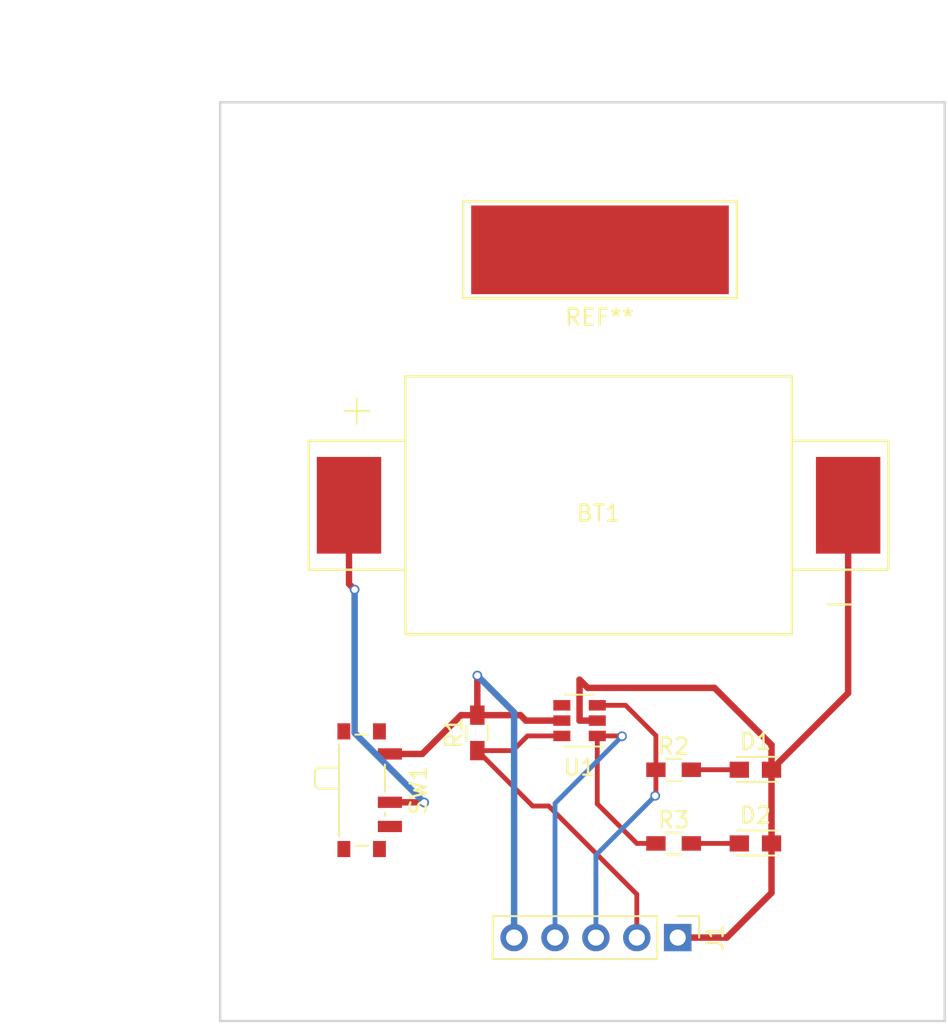
<source format=kicad_pcb>
(kicad_pcb (version 4) (host pcbnew 4.0.7)

  (general
    (links 16)
    (no_connects 1)
    (area 111.110973 74.02286 170.075001 137.075001)
    (thickness 1.6)
    (drawings 6)
    (tracks 54)
    (zones 0)
    (modules 10)
    (nets 10)
  )

  (page A4)
  (layers
    (0 F.Cu signal)
    (31 B.Cu signal)
    (32 B.Adhes user)
    (33 F.Adhes user)
    (34 B.Paste user)
    (35 F.Paste user)
    (36 B.SilkS user)
    (37 F.SilkS user)
    (38 B.Mask user)
    (39 F.Mask user)
    (40 Dwgs.User user)
    (41 Cmts.User user)
    (42 Eco1.User user)
    (43 Eco2.User user)
    (44 Edge.Cuts user)
    (45 Margin user)
    (46 B.CrtYd user)
    (47 F.CrtYd user)
    (48 B.Fab user)
    (49 F.Fab user)
  )

  (setup
    (last_trace_width 0.3)
    (trace_clearance 0.2)
    (zone_clearance 0.508)
    (zone_45_only no)
    (trace_min 0.2)
    (segment_width 0.2)
    (edge_width 0.15)
    (via_size 0.6)
    (via_drill 0.4)
    (via_min_size 0.4)
    (via_min_drill 0.3)
    (uvia_size 0.3)
    (uvia_drill 0.1)
    (uvias_allowed no)
    (uvia_min_size 0.2)
    (uvia_min_drill 0.1)
    (pcb_text_width 0.3)
    (pcb_text_size 1.5 1.5)
    (mod_edge_width 0.15)
    (mod_text_size 1 1)
    (mod_text_width 0.15)
    (pad_size 1.524 1.524)
    (pad_drill 0.762)
    (pad_to_mask_clearance 0.2)
    (aux_axis_origin 0 0)
    (visible_elements FFFFFF7F)
    (pcbplotparams
      (layerselection 0x010f0_80000001)
      (usegerberextensions false)
      (excludeedgelayer true)
      (linewidth 0.100000)
      (plotframeref false)
      (viasonmask false)
      (mode 1)
      (useauxorigin false)
      (hpglpennumber 1)
      (hpglpenspeed 20)
      (hpglpendiameter 15)
      (hpglpenoverlay 2)
      (psnegative false)
      (psa4output false)
      (plotreference true)
      (plotvalue true)
      (plotinvisibletext false)
      (padsonsilk false)
      (subtractmaskfromsilk false)
      (outputformat 1)
      (mirror false)
      (drillshape 0)
      (scaleselection 1)
      (outputdirectory ../gerbers/test_board))
  )

  (net 0 "")
  (net 1 GND)
  (net 2 /3Vcc)
  (net 3 "Net-(D1-Pad2)")
  (net 4 "Net-(D2-Pad2)")
  (net 5 /RESET)
  (net 6 /TPICLK)
  (net 7 /TPIDATA)
  (net 8 /VCC)
  (net 9 "Net-(U1-Pad4)")

  (net_class Default "This is the default net class."
    (clearance 0.2)
    (trace_width 0.3)
    (via_dia 0.6)
    (via_drill 0.4)
    (uvia_dia 0.3)
    (uvia_drill 0.1)
    (add_net /RESET)
    (add_net /TPICLK)
    (add_net /TPIDATA)
    (add_net "Net-(D1-Pad2)")
    (add_net "Net-(D2-Pad2)")
    (add_net "Net-(U1-Pad4)")
  )

  (net_class power ""
    (clearance 0.2)
    (trace_width 0.4)
    (via_dia 0.6)
    (via_drill 0.4)
    (uvia_dia 0.3)
    (uvia_drill 0.1)
    (add_net /3Vcc)
    (add_net /VCC)
    (add_net GND)
  )

  (module parts:Battery_holder_CR2032 (layer F.Cu) (tedit 5B071685) (tstamp 5B071CC8)
    (at 148.5011 105.0036)
    (path /5B003A40)
    (fp_text reference BT1 (at 0 0.5) (layer F.SilkS)
      (effects (font (size 1 1) (thickness 0.15)))
    )
    (fp_text value Battery_Cell (at 0.0254 -2.9718) (layer F.Fab)
      (effects (font (size 1 1) (thickness 0.15)))
    )
    (fp_text user - (at 15 6) (layer F.SilkS)
      (effects (font (size 2 2) (thickness 0.15)))
    )
    (fp_text user + (at -15 -6) (layer F.SilkS)
      (effects (font (size 2 2) (thickness 0.15)))
    )
    (fp_line (start -12 -4) (end -18 -4) (layer F.SilkS) (width 0.15))
    (fp_line (start -18 -4) (end -18 4) (layer F.SilkS) (width 0.15))
    (fp_line (start -18 4) (end -12 4) (layer F.SilkS) (width 0.15))
    (fp_line (start 12 -4) (end 18 -4) (layer F.SilkS) (width 0.15))
    (fp_line (start 18 -4) (end 18 4) (layer F.SilkS) (width 0.15))
    (fp_line (start 18 4) (end 12 4) (layer F.SilkS) (width 0.15))
    (fp_line (start -12 8) (end 12 8) (layer F.SilkS) (width 0.15))
    (fp_line (start -12 8) (end -12 -8) (layer F.SilkS) (width 0.15))
    (fp_line (start -12 -8) (end 12 -8) (layer F.SilkS) (width 0.15))
    (fp_line (start 12 8) (end 12 -8) (layer F.SilkS) (width 0.15))
    (fp_circle (center 0 0) (end 10 0) (layer Dwgs.User) (width 0.15))
    (pad 2 smd rect (at 15.5 0) (size 4 6) (layers F.Cu F.Paste F.Mask)
      (net 1 GND))
    (pad 1 smd rect (at -15.5 0) (size 4 6) (layers F.Cu F.Paste F.Mask)
      (net 2 /3Vcc))
  )

  (module LEDs:LED_miniPLCC_2315_Handsoldering (layer F.Cu) (tedit 587A7904) (tstamp 5B071CCE)
    (at 158.242 121.412 180)
    (descr https://docs.broadcom.com/cs/Satellite?blobcol=urldata&blobheader=application%2Fpdf&blobheadername1=Content-Disposition&blobheadername2=Content-Type&blobheadername3=MDT-Type&blobheadervalue1=attachment%3Bfilename%3DAV02-2205EN_DS_ASMT-TxBM_2014-05-09.pdf&blobheadervalue2=application%2Fx-download&blobheadervalue3=abinary%253B%2Bcharset%253DUTF-8&blobkey=id&blobnocache=true&blobtable=MungoBlobs&blobwhere=1430858274704&ssbinary=true)
    (tags LED)
    (path /5B003B1E)
    (attr smd)
    (fp_text reference D1 (at 0 1.75 180) (layer F.SilkS)
      (effects (font (size 1 1) (thickness 0.15)))
    )
    (fp_text value LED (at 0 -1.75 180) (layer F.Fab)
      (effects (font (size 1 1) (thickness 0.15)))
    )
    (fp_line (start -1.85 -0.95) (end 1.85 -0.95) (layer F.CrtYd) (width 0.05))
    (fp_line (start 1.85 -0.95) (end 1.85 0.95) (layer F.CrtYd) (width 0.05))
    (fp_line (start 1.85 0.95) (end -1.85 0.95) (layer F.CrtYd) (width 0.05))
    (fp_line (start -1.85 0.95) (end -1.85 -0.95) (layer F.CrtYd) (width 0.05))
    (fp_line (start 1.15 -0.75) (end -1.4 -0.75) (layer F.SilkS) (width 0.12))
    (fp_line (start -1.4 0.8) (end 1.15 0.8) (layer F.SilkS) (width 0.12))
    (fp_line (start -0.25 0) (end 0.1 0.3) (layer F.Fab) (width 0.1))
    (fp_line (start 0.1 0.3) (end 0.1 -0.35) (layer F.Fab) (width 0.1))
    (fp_line (start 0.1 -0.35) (end -0.25 0) (layer F.Fab) (width 0.1))
    (fp_line (start -0.25 -0.35) (end -0.25 0.3) (layer F.Fab) (width 0.1))
    (fp_line (start 1.15 -0.7) (end 1.15 0.7) (layer F.Fab) (width 0.1))
    (fp_line (start -1.15 -0.7) (end 1.15 -0.7) (layer F.Fab) (width 0.1))
    (fp_line (start -1.15 0.7) (end -1.15 -0.7) (layer F.Fab) (width 0.1))
    (fp_line (start 1.15 0.7) (end -1.15 0.7) (layer F.Fab) (width 0.1))
    (pad 1 smd rect (at -1 0) (size 1.2 1) (layers F.Cu F.Paste F.Mask)
      (net 1 GND))
    (pad 2 smd rect (at 1 0) (size 1.2 1) (layers F.Cu F.Paste F.Mask)
      (net 3 "Net-(D1-Pad2)"))
    (model ${KISYS3DMOD}/LEDs.3dshapes/LED_miniPLCC_2315.wrl
      (at (xyz 0 0 0))
      (scale (xyz 1 1 1))
      (rotate (xyz 0 0 0))
    )
  )

  (module LEDs:LED_miniPLCC_2315_Handsoldering (layer F.Cu) (tedit 587A7904) (tstamp 5B071CD4)
    (at 158.242 125.984 180)
    (descr https://docs.broadcom.com/cs/Satellite?blobcol=urldata&blobheader=application%2Fpdf&blobheadername1=Content-Disposition&blobheadername2=Content-Type&blobheadername3=MDT-Type&blobheadervalue1=attachment%3Bfilename%3DAV02-2205EN_DS_ASMT-TxBM_2014-05-09.pdf&blobheadervalue2=application%2Fx-download&blobheadervalue3=abinary%253B%2Bcharset%253DUTF-8&blobkey=id&blobnocache=true&blobtable=MungoBlobs&blobwhere=1430858274704&ssbinary=true)
    (tags LED)
    (path /5B003AC9)
    (attr smd)
    (fp_text reference D2 (at 0 1.75 180) (layer F.SilkS)
      (effects (font (size 1 1) (thickness 0.15)))
    )
    (fp_text value LED (at 0 -1.75 180) (layer F.Fab)
      (effects (font (size 1 1) (thickness 0.15)))
    )
    (fp_line (start -1.85 -0.95) (end 1.85 -0.95) (layer F.CrtYd) (width 0.05))
    (fp_line (start 1.85 -0.95) (end 1.85 0.95) (layer F.CrtYd) (width 0.05))
    (fp_line (start 1.85 0.95) (end -1.85 0.95) (layer F.CrtYd) (width 0.05))
    (fp_line (start -1.85 0.95) (end -1.85 -0.95) (layer F.CrtYd) (width 0.05))
    (fp_line (start 1.15 -0.75) (end -1.4 -0.75) (layer F.SilkS) (width 0.12))
    (fp_line (start -1.4 0.8) (end 1.15 0.8) (layer F.SilkS) (width 0.12))
    (fp_line (start -0.25 0) (end 0.1 0.3) (layer F.Fab) (width 0.1))
    (fp_line (start 0.1 0.3) (end 0.1 -0.35) (layer F.Fab) (width 0.1))
    (fp_line (start 0.1 -0.35) (end -0.25 0) (layer F.Fab) (width 0.1))
    (fp_line (start -0.25 -0.35) (end -0.25 0.3) (layer F.Fab) (width 0.1))
    (fp_line (start 1.15 -0.7) (end 1.15 0.7) (layer F.Fab) (width 0.1))
    (fp_line (start -1.15 -0.7) (end 1.15 -0.7) (layer F.Fab) (width 0.1))
    (fp_line (start -1.15 0.7) (end -1.15 -0.7) (layer F.Fab) (width 0.1))
    (fp_line (start 1.15 0.7) (end -1.15 0.7) (layer F.Fab) (width 0.1))
    (pad 1 smd rect (at -1 0) (size 1.2 1) (layers F.Cu F.Paste F.Mask)
      (net 1 GND))
    (pad 2 smd rect (at 1 0) (size 1.2 1) (layers F.Cu F.Paste F.Mask)
      (net 4 "Net-(D2-Pad2)"))
    (model ${KISYS3DMOD}/LEDs.3dshapes/LED_miniPLCC_2315.wrl
      (at (xyz 0 0 0))
      (scale (xyz 1 1 1))
      (rotate (xyz 0 0 0))
    )
  )

  (module Pin_Headers:Pin_Header_Straight_1x05_Pitch2.54mm (layer F.Cu) (tedit 59650532) (tstamp 5B071CDD)
    (at 153.416 131.826 270)
    (descr "Through hole straight pin header, 1x05, 2.54mm pitch, single row")
    (tags "Through hole pin header THT 1x05 2.54mm single row")
    (path /5B0484AF)
    (fp_text reference J1 (at 0 -2.33 270) (layer F.SilkS)
      (effects (font (size 1 1) (thickness 0.15)))
    )
    (fp_text value Conn_01x05 (at 0 12.49 270) (layer F.Fab)
      (effects (font (size 1 1) (thickness 0.15)))
    )
    (fp_line (start -0.635 -1.27) (end 1.27 -1.27) (layer F.Fab) (width 0.1))
    (fp_line (start 1.27 -1.27) (end 1.27 11.43) (layer F.Fab) (width 0.1))
    (fp_line (start 1.27 11.43) (end -1.27 11.43) (layer F.Fab) (width 0.1))
    (fp_line (start -1.27 11.43) (end -1.27 -0.635) (layer F.Fab) (width 0.1))
    (fp_line (start -1.27 -0.635) (end -0.635 -1.27) (layer F.Fab) (width 0.1))
    (fp_line (start -1.33 11.49) (end 1.33 11.49) (layer F.SilkS) (width 0.12))
    (fp_line (start -1.33 1.27) (end -1.33 11.49) (layer F.SilkS) (width 0.12))
    (fp_line (start 1.33 1.27) (end 1.33 11.49) (layer F.SilkS) (width 0.12))
    (fp_line (start -1.33 1.27) (end 1.33 1.27) (layer F.SilkS) (width 0.12))
    (fp_line (start -1.33 0) (end -1.33 -1.33) (layer F.SilkS) (width 0.12))
    (fp_line (start -1.33 -1.33) (end 0 -1.33) (layer F.SilkS) (width 0.12))
    (fp_line (start -1.8 -1.8) (end -1.8 11.95) (layer F.CrtYd) (width 0.05))
    (fp_line (start -1.8 11.95) (end 1.8 11.95) (layer F.CrtYd) (width 0.05))
    (fp_line (start 1.8 11.95) (end 1.8 -1.8) (layer F.CrtYd) (width 0.05))
    (fp_line (start 1.8 -1.8) (end -1.8 -1.8) (layer F.CrtYd) (width 0.05))
    (fp_text user %R (at 0 5.08 360) (layer F.Fab)
      (effects (font (size 1 1) (thickness 0.15)))
    )
    (pad 1 thru_hole rect (at 0 0 270) (size 1.7 1.7) (drill 1) (layers *.Cu *.Mask)
      (net 1 GND))
    (pad 2 thru_hole oval (at 0 2.54 270) (size 1.7 1.7) (drill 1) (layers *.Cu *.Mask)
      (net 5 /RESET))
    (pad 3 thru_hole oval (at 0 5.08 270) (size 1.7 1.7) (drill 1) (layers *.Cu *.Mask)
      (net 6 /TPICLK))
    (pad 4 thru_hole oval (at 0 7.62 270) (size 1.7 1.7) (drill 1) (layers *.Cu *.Mask)
      (net 7 /TPIDATA))
    (pad 5 thru_hole oval (at 0 10.16 270) (size 1.7 1.7) (drill 1) (layers *.Cu *.Mask)
      (net 8 /VCC))
    (model ${KISYS3DMOD}/Pin_Headers.3dshapes/Pin_Header_Straight_1x05_Pitch2.54mm.wrl
      (at (xyz 0 0 0))
      (scale (xyz 1 1 1))
      (rotate (xyz 0 0 0))
    )
  )

  (module Resistors_SMD:R_0603_HandSoldering (layer F.Cu) (tedit 58E0A804) (tstamp 5B071CE3)
    (at 140.97 119.126 90)
    (descr "Resistor SMD 0603, hand soldering")
    (tags "resistor 0603")
    (path /5B04A29C)
    (attr smd)
    (fp_text reference R1 (at 0 -1.45 90) (layer F.SilkS)
      (effects (font (size 1 1) (thickness 0.15)))
    )
    (fp_text value DNF (at 0 1.55 90) (layer F.Fab)
      (effects (font (size 1 1) (thickness 0.15)))
    )
    (fp_text user %R (at 0 0 90) (layer F.Fab)
      (effects (font (size 0.4 0.4) (thickness 0.075)))
    )
    (fp_line (start -0.8 0.4) (end -0.8 -0.4) (layer F.Fab) (width 0.1))
    (fp_line (start 0.8 0.4) (end -0.8 0.4) (layer F.Fab) (width 0.1))
    (fp_line (start 0.8 -0.4) (end 0.8 0.4) (layer F.Fab) (width 0.1))
    (fp_line (start -0.8 -0.4) (end 0.8 -0.4) (layer F.Fab) (width 0.1))
    (fp_line (start 0.5 0.68) (end -0.5 0.68) (layer F.SilkS) (width 0.12))
    (fp_line (start -0.5 -0.68) (end 0.5 -0.68) (layer F.SilkS) (width 0.12))
    (fp_line (start -1.96 -0.7) (end 1.95 -0.7) (layer F.CrtYd) (width 0.05))
    (fp_line (start -1.96 -0.7) (end -1.96 0.7) (layer F.CrtYd) (width 0.05))
    (fp_line (start 1.95 0.7) (end 1.95 -0.7) (layer F.CrtYd) (width 0.05))
    (fp_line (start 1.95 0.7) (end -1.96 0.7) (layer F.CrtYd) (width 0.05))
    (pad 1 smd rect (at -1.1 0 90) (size 1.2 0.9) (layers F.Cu F.Paste F.Mask)
      (net 5 /RESET))
    (pad 2 smd rect (at 1.1 0 90) (size 1.2 0.9) (layers F.Cu F.Paste F.Mask)
      (net 8 /VCC))
    (model ${KISYS3DMOD}/Resistors_SMD.3dshapes/R_0603.wrl
      (at (xyz 0 0 0))
      (scale (xyz 1 1 1))
      (rotate (xyz 0 0 0))
    )
  )

  (module Resistors_SMD:R_0603_HandSoldering (layer F.Cu) (tedit 58E0A804) (tstamp 5B071CE9)
    (at 153.162 121.412)
    (descr "Resistor SMD 0603, hand soldering")
    (tags "resistor 0603")
    (path /5B049304)
    (attr smd)
    (fp_text reference R2 (at 0 -1.45) (layer F.SilkS)
      (effects (font (size 1 1) (thickness 0.15)))
    )
    (fp_text value 120R (at 0 1.55) (layer F.Fab)
      (effects (font (size 1 1) (thickness 0.15)))
    )
    (fp_text user %R (at 0 0) (layer F.Fab)
      (effects (font (size 0.4 0.4) (thickness 0.075)))
    )
    (fp_line (start -0.8 0.4) (end -0.8 -0.4) (layer F.Fab) (width 0.1))
    (fp_line (start 0.8 0.4) (end -0.8 0.4) (layer F.Fab) (width 0.1))
    (fp_line (start 0.8 -0.4) (end 0.8 0.4) (layer F.Fab) (width 0.1))
    (fp_line (start -0.8 -0.4) (end 0.8 -0.4) (layer F.Fab) (width 0.1))
    (fp_line (start 0.5 0.68) (end -0.5 0.68) (layer F.SilkS) (width 0.12))
    (fp_line (start -0.5 -0.68) (end 0.5 -0.68) (layer F.SilkS) (width 0.12))
    (fp_line (start -1.96 -0.7) (end 1.95 -0.7) (layer F.CrtYd) (width 0.05))
    (fp_line (start -1.96 -0.7) (end -1.96 0.7) (layer F.CrtYd) (width 0.05))
    (fp_line (start 1.95 0.7) (end 1.95 -0.7) (layer F.CrtYd) (width 0.05))
    (fp_line (start 1.95 0.7) (end -1.96 0.7) (layer F.CrtYd) (width 0.05))
    (pad 1 smd rect (at -1.1 0) (size 1.2 0.9) (layers F.Cu F.Paste F.Mask)
      (net 6 /TPICLK))
    (pad 2 smd rect (at 1.1 0) (size 1.2 0.9) (layers F.Cu F.Paste F.Mask)
      (net 3 "Net-(D1-Pad2)"))
    (model ${KISYS3DMOD}/Resistors_SMD.3dshapes/R_0603.wrl
      (at (xyz 0 0 0))
      (scale (xyz 1 1 1))
      (rotate (xyz 0 0 0))
    )
  )

  (module Resistors_SMD:R_0603_HandSoldering (layer F.Cu) (tedit 58E0A804) (tstamp 5B071CEF)
    (at 153.162 125.984)
    (descr "Resistor SMD 0603, hand soldering")
    (tags "resistor 0603")
    (path /5B003D4D)
    (attr smd)
    (fp_text reference R3 (at 0 -1.45) (layer F.SilkS)
      (effects (font (size 1 1) (thickness 0.15)))
    )
    (fp_text value 120R (at 0 1.55) (layer F.Fab)
      (effects (font (size 1 1) (thickness 0.15)))
    )
    (fp_text user %R (at 0 0) (layer F.Fab)
      (effects (font (size 0.4 0.4) (thickness 0.075)))
    )
    (fp_line (start -0.8 0.4) (end -0.8 -0.4) (layer F.Fab) (width 0.1))
    (fp_line (start 0.8 0.4) (end -0.8 0.4) (layer F.Fab) (width 0.1))
    (fp_line (start 0.8 -0.4) (end 0.8 0.4) (layer F.Fab) (width 0.1))
    (fp_line (start -0.8 -0.4) (end 0.8 -0.4) (layer F.Fab) (width 0.1))
    (fp_line (start 0.5 0.68) (end -0.5 0.68) (layer F.SilkS) (width 0.12))
    (fp_line (start -0.5 -0.68) (end 0.5 -0.68) (layer F.SilkS) (width 0.12))
    (fp_line (start -1.96 -0.7) (end 1.95 -0.7) (layer F.CrtYd) (width 0.05))
    (fp_line (start -1.96 -0.7) (end -1.96 0.7) (layer F.CrtYd) (width 0.05))
    (fp_line (start 1.95 0.7) (end 1.95 -0.7) (layer F.CrtYd) (width 0.05))
    (fp_line (start 1.95 0.7) (end -1.96 0.7) (layer F.CrtYd) (width 0.05))
    (pad 1 smd rect (at -1.1 0) (size 1.2 0.9) (layers F.Cu F.Paste F.Mask)
      (net 7 /TPIDATA))
    (pad 2 smd rect (at 1.1 0) (size 1.2 0.9) (layers F.Cu F.Paste F.Mask)
      (net 4 "Net-(D2-Pad2)"))
    (model ${KISYS3DMOD}/Resistors_SMD.3dshapes/R_0603.wrl
      (at (xyz 0 0 0))
      (scale (xyz 1 1 1))
      (rotate (xyz 0 0 0))
    )
  )

  (module Buttons_Switches_SMD:SW_SPDT_PCM12 (layer F.Cu) (tedit 58724DAF) (tstamp 5B071CFC)
    (at 134.112 122.682 270)
    (descr "Ultraminiature Surface Mount Slide Switch")
    (path /5B003A01)
    (attr smd)
    (fp_text reference SW1 (at 0 -3.2 270) (layer F.SilkS)
      (effects (font (size 1 1) (thickness 0.15)))
    )
    (fp_text value SW_DIP_x01 (at 0 4.25 270) (layer F.Fab)
      (effects (font (size 1 1) (thickness 0.15)))
    )
    (fp_text user %R (at 0 -3.2 270) (layer F.Fab)
      (effects (font (size 1 1) (thickness 0.15)))
    )
    (fp_line (start -1.4 1.65) (end -1.4 2.95) (layer F.Fab) (width 0.1))
    (fp_line (start -1.4 2.95) (end -1.2 3.15) (layer F.Fab) (width 0.1))
    (fp_line (start -1.2 3.15) (end -0.35 3.15) (layer F.Fab) (width 0.1))
    (fp_line (start -0.35 3.15) (end -0.15 2.95) (layer F.Fab) (width 0.1))
    (fp_line (start -0.15 2.95) (end -0.1 2.9) (layer F.Fab) (width 0.1))
    (fp_line (start -0.1 2.9) (end -0.1 1.6) (layer F.Fab) (width 0.1))
    (fp_line (start -3.35 -1) (end -3.35 1.6) (layer F.Fab) (width 0.1))
    (fp_line (start -3.35 1.6) (end 3.35 1.6) (layer F.Fab) (width 0.1))
    (fp_line (start 3.35 1.6) (end 3.35 -1) (layer F.Fab) (width 0.1))
    (fp_line (start 3.35 -1) (end -3.35 -1) (layer F.Fab) (width 0.1))
    (fp_line (start 1.4 -1.12) (end 1.6 -1.12) (layer F.SilkS) (width 0.12))
    (fp_line (start -4.4 -2.45) (end 4.4 -2.45) (layer F.CrtYd) (width 0.05))
    (fp_line (start 4.4 -2.45) (end 4.4 2.1) (layer F.CrtYd) (width 0.05))
    (fp_line (start 4.4 2.1) (end 1.65 2.1) (layer F.CrtYd) (width 0.05))
    (fp_line (start 1.65 2.1) (end 1.65 3.4) (layer F.CrtYd) (width 0.05))
    (fp_line (start 1.65 3.4) (end -1.65 3.4) (layer F.CrtYd) (width 0.05))
    (fp_line (start -1.65 3.4) (end -1.65 2.1) (layer F.CrtYd) (width 0.05))
    (fp_line (start -1.65 2.1) (end -4.4 2.1) (layer F.CrtYd) (width 0.05))
    (fp_line (start -4.4 2.1) (end -4.4 -2.45) (layer F.CrtYd) (width 0.05))
    (fp_line (start -1.4 3.02) (end -1.2 3.23) (layer F.SilkS) (width 0.12))
    (fp_line (start -0.1 3.02) (end -0.3 3.23) (layer F.SilkS) (width 0.12))
    (fp_line (start -1.4 1.73) (end -1.4 3.02) (layer F.SilkS) (width 0.12))
    (fp_line (start -1.2 3.23) (end -0.3 3.23) (layer F.SilkS) (width 0.12))
    (fp_line (start -0.1 3.02) (end -0.1 1.73) (layer F.SilkS) (width 0.12))
    (fp_line (start -2.85 1.73) (end 2.85 1.73) (layer F.SilkS) (width 0.12))
    (fp_line (start -1.6 -1.12) (end 0.1 -1.12) (layer F.SilkS) (width 0.12))
    (fp_line (start -3.45 -0.07) (end -3.45 0.72) (layer F.SilkS) (width 0.12))
    (fp_line (start 3.45 0.72) (end 3.45 -0.07) (layer F.SilkS) (width 0.12))
    (pad "" np_thru_hole circle (at -1.5 0.33 270) (size 0.9 0.9) (drill 0.9) (layers *.Cu *.Mask))
    (pad "" np_thru_hole circle (at 1.5 0.33 270) (size 0.9 0.9) (drill 0.9) (layers *.Cu *.Mask))
    (pad 1 smd rect (at -2.25 -1.43 270) (size 0.7 1.5) (layers F.Cu F.Paste F.Mask)
      (net 8 /VCC))
    (pad 2 smd rect (at 0.75 -1.43 270) (size 0.7 1.5) (layers F.Cu F.Paste F.Mask)
      (net 2 /3Vcc))
    (pad 3 smd rect (at 2.25 -1.43 270) (size 0.7 1.5) (layers F.Cu F.Paste F.Mask))
    (pad "" smd rect (at -3.65 1.43 270) (size 1 0.8) (layers F.Cu F.Paste F.Mask))
    (pad "" smd rect (at 3.65 1.43 270) (size 1 0.8) (layers F.Cu F.Paste F.Mask))
    (pad "" smd rect (at 3.65 -0.78 270) (size 1 0.8) (layers F.Cu F.Paste F.Mask))
    (pad "" smd rect (at -3.65 -0.78 270) (size 1 0.8) (layers F.Cu F.Paste F.Mask))
    (model ${KISYS3DMOD}/Buttons_Switches_SMD.3dshapes/SW_SPDT_PCM12.wrl
      (at (xyz 0 0 0))
      (scale (xyz 1 1 1))
      (rotate (xyz 0 0 0))
    )
  )

  (module TO_SOT_Packages_SMD:SOT-23-6 (layer F.Cu) (tedit 58CE4E7E) (tstamp 5B071D06)
    (at 147.32 118.364 180)
    (descr "6-pin SOT-23 package")
    (tags SOT-23-6)
    (path /5AFC9D54)
    (attr smd)
    (fp_text reference U1 (at 0 -2.9 180) (layer F.SilkS)
      (effects (font (size 1 1) (thickness 0.15)))
    )
    (fp_text value ATTINY10-TS (at 0 2.9 180) (layer F.Fab)
      (effects (font (size 1 1) (thickness 0.15)))
    )
    (fp_text user %R (at 0 0 270) (layer F.Fab)
      (effects (font (size 0.5 0.5) (thickness 0.075)))
    )
    (fp_line (start -0.9 1.61) (end 0.9 1.61) (layer F.SilkS) (width 0.12))
    (fp_line (start 0.9 -1.61) (end -1.55 -1.61) (layer F.SilkS) (width 0.12))
    (fp_line (start 1.9 -1.8) (end -1.9 -1.8) (layer F.CrtYd) (width 0.05))
    (fp_line (start 1.9 1.8) (end 1.9 -1.8) (layer F.CrtYd) (width 0.05))
    (fp_line (start -1.9 1.8) (end 1.9 1.8) (layer F.CrtYd) (width 0.05))
    (fp_line (start -1.9 -1.8) (end -1.9 1.8) (layer F.CrtYd) (width 0.05))
    (fp_line (start -0.9 -0.9) (end -0.25 -1.55) (layer F.Fab) (width 0.1))
    (fp_line (start 0.9 -1.55) (end -0.25 -1.55) (layer F.Fab) (width 0.1))
    (fp_line (start -0.9 -0.9) (end -0.9 1.55) (layer F.Fab) (width 0.1))
    (fp_line (start 0.9 1.55) (end -0.9 1.55) (layer F.Fab) (width 0.1))
    (fp_line (start 0.9 -1.55) (end 0.9 1.55) (layer F.Fab) (width 0.1))
    (pad 1 smd rect (at -1.1 -0.95 180) (size 1.06 0.65) (layers F.Cu F.Paste F.Mask)
      (net 7 /TPIDATA))
    (pad 2 smd rect (at -1.1 0 180) (size 1.06 0.65) (layers F.Cu F.Paste F.Mask)
      (net 1 GND))
    (pad 3 smd rect (at -1.1 0.95 180) (size 1.06 0.65) (layers F.Cu F.Paste F.Mask)
      (net 6 /TPICLK))
    (pad 4 smd rect (at 1.1 0.95 180) (size 1.06 0.65) (layers F.Cu F.Paste F.Mask)
      (net 9 "Net-(U1-Pad4)"))
    (pad 6 smd rect (at 1.1 -0.95 180) (size 1.06 0.65) (layers F.Cu F.Paste F.Mask)
      (net 5 /RESET))
    (pad 5 smd rect (at 1.1 0 180) (size 1.06 0.65) (layers F.Cu F.Paste F.Mask)
      (net 8 /VCC))
    (model ${KISYS3DMOD}/TO_SOT_Packages_SMD.3dshapes/SOT-23-6.wrl
      (at (xyz 0 0 0))
      (scale (xyz 1 1 1))
      (rotate (xyz 0 0 0))
    )
  )

  (module parts:safety_pin (layer F.Cu) (tedit 5B071F01) (tstamp 5B071F4A)
    (at 148.59 89.154)
    (fp_text reference REF** (at -0.0254 4.191) (layer F.SilkS)
      (effects (font (size 1 1) (thickness 0.15)))
    )
    (fp_text value safety_pin (at -0.0254 -4.1148) (layer F.Fab)
      (effects (font (size 1 1) (thickness 0.15)))
    )
    (fp_line (start 8.5 3) (end -8.5 3) (layer F.SilkS) (width 0.15))
    (fp_line (start -8.5 3) (end -8.5 -3) (layer F.SilkS) (width 0.15))
    (fp_line (start 8.5 -3) (end -8.5 -3) (layer F.SilkS) (width 0.15))
    (fp_line (start 8.5 3) (end 8.5 -3) (layer F.SilkS) (width 0.15))
    (pad 1 smd rect (at 0 0) (size 16 5.5) (layers F.Cu F.Paste F.Mask))
  )

  (dimension 56.972477 (width 0.3) (layer Cmts.User)
    (gr_text "56.972 mm" (at 117.610972 108.521681 89.82119075) (layer Cmts.User)
      (effects (font (size 1.5 1.5) (thickness 0.3)))
    )
    (feature1 (pts (xy 125.603 137.033) (xy 116.172079 137.003568)))
    (feature2 (pts (xy 125.7808 80.0608) (xy 116.349879 80.031368)))
    (crossbar (pts (xy 119.049866 80.039794) (xy 118.872066 137.011994)))
    (arrow1a (pts (xy 118.872066 137.011994) (xy 118.289164 135.883666)))
    (arrow1b (pts (xy 118.872066 137.011994) (xy 119.461999 135.887326)))
    (arrow2a (pts (xy 119.049866 80.039794) (xy 118.459933 81.164462)))
    (arrow2b (pts (xy 119.049866 80.039794) (xy 119.632768 81.168122)))
  )
  (dimension 45.162003 (width 0.3) (layer Cmts.User)
    (gr_text "45.162 mm" (at 147.459995 75.507456 0.3415793406) (layer Cmts.User)
      (effects (font (size 1.5 1.5) (thickness 0.3)))
    )
    (feature1 (pts (xy 170.06824 80.01) (xy 170.032547 74.02286)))
    (feature2 (pts (xy 124.90704 80.27924) (xy 124.871347 74.2921)))
    (crossbar (pts (xy 124.887443 76.992052) (xy 170.048643 76.722812)))
    (arrow1a (pts (xy 170.048643 76.722812) (xy 168.925655 77.315938)))
    (arrow1b (pts (xy 170.048643 76.722812) (xy 168.918663 76.143118)))
    (arrow2a (pts (xy 124.887443 76.992052) (xy 126.017423 77.571746)))
    (arrow2b (pts (xy 124.887443 76.992052) (xy 126.010431 76.398926)))
  )
  (gr_line (start 125 137) (end 125 80) (angle 90) (layer Edge.Cuts) (width 0.15))
  (gr_line (start 170 137) (end 125 137) (angle 90) (layer Edge.Cuts) (width 0.15))
  (gr_line (start 170 80) (end 170 137) (angle 90) (layer Edge.Cuts) (width 0.15))
  (gr_line (start 125 80) (end 170 80) (angle 90) (layer Edge.Cuts) (width 0.15))

  (segment (start 148.42 118.364) (end 147.32 118.364) (width 0.4) (layer F.Cu) (net 1) (status 400000))
  (segment (start 159.242 119.872) (end 159.242 121.412) (width 0.4) (layer F.Cu) (net 1) (tstamp 5B072134) (status 800000))
  (segment (start 155.702 116.332) (end 159.242 119.872) (width 0.4) (layer F.Cu) (net 1) (tstamp 5B072131))
  (segment (start 147.828 116.332) (end 155.702 116.332) (width 0.4) (layer F.Cu) (net 1) (tstamp 5B07212F))
  (segment (start 147.32 115.824) (end 147.828 116.332) (width 0.4) (layer F.Cu) (net 1) (tstamp 5B07212B))
  (segment (start 147.32 118.364) (end 147.32 115.824) (width 0.4) (layer F.Cu) (net 1) (tstamp 5B07212A))
  (segment (start 164.0011 105.0036) (end 164.0011 116.6529) (width 0.4) (layer F.Cu) (net 1) (status 400000))
  (segment (start 164.0011 116.6529) (end 159.242 121.412) (width 0.4) (layer F.Cu) (net 1) (tstamp 5B072119) (status 800000))
  (segment (start 159.242 121.412) (end 159.242 129.048) (width 0.4) (layer F.Cu) (net 1) (tstamp 5B07211E) (status 400000))
  (segment (start 159.242 129.048) (end 156.464 131.826) (width 0.4) (layer F.Cu) (net 1) (tstamp 5B072120))
  (segment (start 156.464 131.826) (end 153.416 131.826) (width 0.4) (layer F.Cu) (net 1) (tstamp 5B072122) (status 800000))
  (segment (start 135.542 123.432) (end 137.656 123.432) (width 0.4) (layer F.Cu) (net 2) (status 400000))
  (segment (start 133.0011 109.8871) (end 133.0011 105.0036) (width 0.4) (layer F.Cu) (net 2) (tstamp 5B072177) (status 800000))
  (segment (start 133.35 110.236) (end 133.0011 109.8871) (width 0.4) (layer F.Cu) (net 2) (tstamp 5B072176))
  (via (at 133.35 110.236) (size 0.6) (drill 0.4) (layers F.Cu B.Cu) (net 2))
  (segment (start 133.35 119.126) (end 133.35 110.236) (width 0.4) (layer B.Cu) (net 2) (tstamp 5B07216F))
  (segment (start 137.668 123.444) (end 133.35 119.126) (width 0.4) (layer B.Cu) (net 2) (tstamp 5B07216E))
  (via (at 137.668 123.444) (size 0.6) (drill 0.4) (layers F.Cu B.Cu) (net 2))
  (segment (start 137.656 123.432) (end 137.668 123.444) (width 0.4) (layer F.Cu) (net 2) (tstamp 5B072169))
  (segment (start 157.242 121.412) (end 154.262 121.412) (width 0.3) (layer F.Cu) (net 3) (status C00000))
  (segment (start 154.262 125.984) (end 157.242 125.984) (width 0.3) (layer F.Cu) (net 4) (status C00000))
  (segment (start 150.876 131.826) (end 150.876 129.13868) (width 0.3) (layer F.Cu) (net 5) (status 400000))
  (segment (start 144.40644 123.66244) (end 140.97 120.226) (width 0.3) (layer F.Cu) (net 5) (tstamp 5B07220F) (status 800000))
  (segment (start 145.39976 123.66244) (end 144.40644 123.66244) (width 0.3) (layer F.Cu) (net 5) (tstamp 5B07220A))
  (segment (start 150.876 129.13868) (end 145.39976 123.66244) (width 0.3) (layer F.Cu) (net 5) (tstamp 5B072207))
  (segment (start 146.22 119.314) (end 144.084 119.314) (width 0.3) (layer F.Cu) (net 5) (status 400000))
  (segment (start 143.172 120.226) (end 140.97 120.226) (width 0.3) (layer F.Cu) (net 5) (tstamp 5B0720E5) (status 800000))
  (segment (start 144.084 119.314) (end 143.172 120.226) (width 0.3) (layer F.Cu) (net 5) (tstamp 5B0720E2))
  (segment (start 148.336 131.826) (end 148.336 126.71044) (width 0.3) (layer B.Cu) (net 6) (status 400000))
  (segment (start 152.062 122.98444) (end 152.062 121.412) (width 0.3) (layer F.Cu) (net 6) (tstamp 5B0721E3) (status 800000))
  (segment (start 152.019 123.02744) (end 152.062 122.98444) (width 0.3) (layer F.Cu) (net 6) (tstamp 5B0721E2))
  (via (at 152.019 123.02744) (size 0.6) (drill 0.4) (layers F.Cu B.Cu) (net 6))
  (segment (start 148.336 126.71044) (end 152.019 123.02744) (width 0.3) (layer B.Cu) (net 6) (tstamp 5B0721D6))
  (segment (start 148.42 117.414) (end 150.18 117.414) (width 0.3) (layer F.Cu) (net 6) (status 400000))
  (segment (start 152.062 119.296) (end 152.062 121.412) (width 0.3) (layer F.Cu) (net 6) (tstamp 5B0720F4) (status 800000))
  (segment (start 150.18 117.414) (end 152.062 119.296) (width 0.3) (layer F.Cu) (net 6) (tstamp 5B0720F1))
  (segment (start 145.796 131.826) (end 145.796 123.4948) (width 0.3) (layer B.Cu) (net 7) (status 400000))
  (segment (start 149.93624 119.314) (end 148.42 119.314) (width 0.3) (layer F.Cu) (net 7) (tstamp 5B072230) (status 800000))
  (segment (start 149.95652 119.33428) (end 149.93624 119.314) (width 0.3) (layer F.Cu) (net 7) (tstamp 5B07222F))
  (via (at 149.95652 119.33428) (size 0.6) (drill 0.4) (layers F.Cu B.Cu) (net 7))
  (segment (start 145.796 123.4948) (end 149.95652 119.33428) (width 0.3) (layer B.Cu) (net 7) (tstamp 5B072222))
  (segment (start 148.42 119.314) (end 148.42 123.528) (width 0.3) (layer F.Cu) (net 7) (status 400000))
  (segment (start 150.876 125.984) (end 152.062 125.984) (width 0.3) (layer F.Cu) (net 7) (tstamp 5B0720FC) (status 800000))
  (segment (start 148.42 123.528) (end 150.876 125.984) (width 0.3) (layer F.Cu) (net 7) (tstamp 5B0720F8))
  (segment (start 140.97 118.026) (end 139.95672 118.026) (width 0.4) (layer F.Cu) (net 8) (status 400000))
  (segment (start 137.55072 120.432) (end 135.542 120.432) (width 0.4) (layer F.Cu) (net 8) (tstamp 5B0721C0) (status 800000))
  (segment (start 139.95672 118.026) (end 137.55072 120.432) (width 0.4) (layer F.Cu) (net 8) (tstamp 5B0721BE))
  (segment (start 146.22 118.364) (end 143.98752 118.364) (width 0.4) (layer F.Cu) (net 8) (status 400000))
  (segment (start 143.64952 118.026) (end 140.97 118.026) (width 0.4) (layer F.Cu) (net 8) (tstamp 5B0721BB) (status 800000))
  (segment (start 143.98752 118.364) (end 143.64952 118.026) (width 0.4) (layer F.Cu) (net 8) (tstamp 5B0721B7))
  (segment (start 140.97 118.026) (end 140.97 115.57) (width 0.4) (layer F.Cu) (net 8) (status 400000))
  (segment (start 143.256 117.856) (end 143.256 131.826) (width 0.4) (layer B.Cu) (net 8) (tstamp 5B072161) (status 800000))
  (segment (start 140.97 115.57) (end 143.256 117.856) (width 0.4) (layer B.Cu) (net 8) (tstamp 5B072160))
  (via (at 140.97 115.57) (size 0.6) (drill 0.4) (layers F.Cu B.Cu) (net 8))

)

</source>
